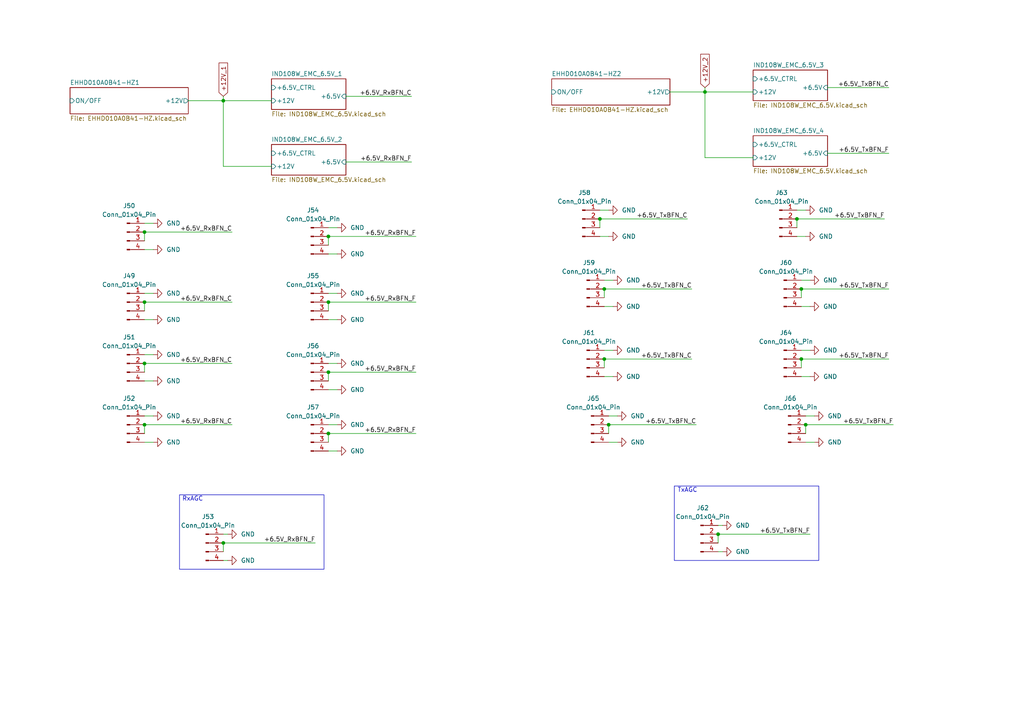
<source format=kicad_sch>
(kicad_sch (version 20231120) (generator "eeschema") (generator_version "8.0")
  (paper "A4")
  (lib_symbols
    (symbol "Connector:Conn_01x04_Pin" (pin_names (offset 1.016) hide)
      (property "Reference" "J" (at 0 5.08 0))
      (property "Value" "Conn_01x04_Pin" (at 0 -7.62 0))
      (symbol "Conn_01x04_Pin_1_1"
        (polyline (pts (xy 1.27 -5.08) (xy 0.8636 -5.08)) (stroke (width 0.1524)))
        (polyline (pts (xy 1.27 -2.54) (xy 0.8636 -2.54)) (stroke (width 0.1524)))
        (polyline (pts (xy 1.27 0) (xy 0.8636 0)) (stroke (width 0.1524)))
        (polyline (pts (xy 1.27 2.54) (xy 0.8636 2.54)) (stroke (width 0.1524)))
        (rectangle (start 0.8636 -4.953) (end 0 -5.207) (stroke (width 0.1524)) (fill (type outline)))
        (rectangle (start 0.8636 -2.413) (end 0 -2.667) (stroke (width 0.1524)) (fill (type outline)))
        (rectangle (start 0.8636 0.127) (end 0 -0.127) (stroke (width 0.1524)) (fill (type outline)))
        (rectangle (start 0.8636 2.667) (end 0 2.413) (stroke (width 0.1524)) (fill (type outline)))
        (pin passive line (at 5.08 2.54 180) (length 3.81) (name "Pin_1") (number "1"))
        (pin passive line (at 5.08 0 180) (length 3.81) (name "Pin_2") (number "2"))
        (pin passive line (at 5.08 -2.54 180) (length 3.81) (name "Pin_3") (number "3"))
        (pin passive line (at 5.08 -5.08 180) (length 3.81) (name "Pin_4") (number "4"))
      )
    )
    (symbol "power:GND" (power) (pin_names (offset 0))
      (property "Value" "GND" (at 0 -3.81 0))
      (symbol "GND_0_1"
        (polyline (pts (xy 0 0) (xy 0 -1.27) (xy 1.27 -1.27) (xy 0 -2.54) (xy -1.27 -1.27) (xy 0 -1.27)))
      )
      (symbol "GND_1_1"
        (pin power_in line (at 0 0 270) (length 0) hide (name "GND") (number "1"))
      )
    )
  )
  (junction (at 41.91 105.41))
  (junction (at 175.26 83.82))
  (junction (at 41.91 87.63))
  (junction (at 232.41 83.82))
  (junction (at 95.25 125.73))
  (junction (at 95.25 107.95))
  (junction (at 175.26 104.14))
  (junction (at 64.77 157.48))
  (junction (at 233.68 123.19))
  (junction (at 231.14 63.5))
  (junction (at 204.47 26.67))
  (junction (at 208.28 154.94))
  (junction (at 176.53 123.19))
  (junction (at 232.41 104.14))
  (junction (at 173.99 63.5))
  (junction (at 95.25 87.63))
  (junction (at 64.77 29.21))
  (junction (at 95.25 68.58))
  (junction (at 41.91 67.31))
  (junction (at 41.91 123.19))
  (wire (pts (xy 176.53 123.19) (xy 201.93 123.19)))
  (wire (pts (xy 41.91 67.31) (xy 67.31 67.31)))
  (wire (pts (xy 78.74 48.26) (xy 64.77 48.26)))
  (wire (pts (xy 100.33 27.94) (xy 119.38 27.94)))
  (wire (pts (xy 232.41 104.14) (xy 257.81 104.14)))
  (wire (pts (xy 177.8 101.6) (xy 175.26 101.6)))
  (wire (pts (xy 209.55 160.02) (xy 208.28 160.02)))
  (wire (pts (xy 177.8 88.9) (xy 175.26 88.9)))
  (wire (pts (xy 44.45 120.65) (xy 41.91 120.65)))
  (wire (pts (xy 41.91 125.73) (xy 41.91 123.19)))
  (wire (pts (xy 236.22 128.27) (xy 233.68 128.27)))
  (wire (pts (xy 95.25 90.17) (xy 95.25 87.63)))
  (wire (pts (xy 64.77 157.48) (xy 64.77 160.02)))
  (wire (pts (xy 176.53 68.58) (xy 173.99 68.58)))
  (wire (pts (xy 97.79 113.03) (xy 95.25 113.03)))
  (wire (pts (xy 234.95 109.22) (xy 232.41 109.22)))
  (wire (pts (xy 176.53 60.96) (xy 173.99 60.96)))
  (wire (pts (xy 64.77 48.26) (xy 64.77 29.21)))
  (wire (pts (xy 176.53 125.73) (xy 176.53 123.19)))
  (wire (pts (xy 64.77 29.21) (xy 78.74 29.21)))
  (wire (pts (xy 208.28 154.94) (xy 234.95 154.94)))
  (wire (pts (xy 44.45 64.77) (xy 41.91 64.77)))
  (wire (pts (xy 41.91 90.17) (xy 41.91 87.63)))
  (wire (pts (xy 66.04 162.56) (xy 64.77 162.56)))
  (wire (pts (xy 209.55 152.4) (xy 208.28 152.4)))
  (wire (pts (xy 44.45 92.71) (xy 41.91 92.71)))
  (wire (pts (xy 179.07 128.27) (xy 176.53 128.27)))
  (wire (pts (xy 234.95 81.28) (xy 232.41 81.28)))
  (wire (pts (xy 204.47 45.72) (xy 204.47 26.67)))
  (wire (pts (xy 175.26 86.36) (xy 175.26 83.82)))
  (wire (pts (xy 232.41 83.82) (xy 257.81 83.82)))
  (wire (pts (xy 100.33 46.99) (xy 119.38 46.99)))
  (wire (pts (xy 232.41 106.68) (xy 232.41 104.14)))
  (wire (pts (xy 44.45 72.39) (xy 41.91 72.39)))
  (wire (pts (xy 97.79 130.81) (xy 95.25 130.81)))
  (wire (pts (xy 95.25 110.49) (xy 95.25 107.95)))
  (wire (pts (xy 41.91 69.85) (xy 41.91 67.31)))
  (wire (pts (xy 64.77 27.94) (xy 64.77 29.21)))
  (wire (pts (xy 204.47 26.67) (xy 218.44 26.67)))
  (wire (pts (xy 95.25 107.95) (xy 120.65 107.95)))
  (wire (pts (xy 233.68 60.96) (xy 231.14 60.96)))
  (wire (pts (xy 97.79 123.19) (xy 95.25 123.19)))
  (wire (pts (xy 54.61 29.21) (xy 64.77 29.21)))
  (wire (pts (xy 95.25 87.63) (xy 120.65 87.63)))
  (wire (pts (xy 41.91 107.95) (xy 41.91 105.41)))
  (wire (pts (xy 44.45 128.27) (xy 41.91 128.27)))
  (wire (pts (xy 95.25 128.27) (xy 95.25 125.73)))
  (wire (pts (xy 194.31 26.67) (xy 204.47 26.67)))
  (wire (pts (xy 97.79 73.66) (xy 95.25 73.66)))
  (wire (pts (xy 95.25 125.73) (xy 120.65 125.73)))
  (wire (pts (xy 240.03 44.45) (xy 257.81 44.45)))
  (wire (pts (xy 97.79 105.41) (xy 95.25 105.41)))
  (wire (pts (xy 179.07 120.65) (xy 176.53 120.65)))
  (wire (pts (xy 177.8 109.22) (xy 175.26 109.22)))
  (wire (pts (xy 175.26 83.82) (xy 200.66 83.82)))
  (wire (pts (xy 175.26 104.14) (xy 200.66 104.14)))
  (wire (pts (xy 233.68 123.19) (xy 259.08 123.19)))
  (wire (pts (xy 204.47 25.4) (xy 204.47 26.67)))
  (wire (pts (xy 234.95 88.9) (xy 232.41 88.9)))
  (wire (pts (xy 175.26 106.68) (xy 175.26 104.14)))
  (wire (pts (xy 44.45 110.49) (xy 41.91 110.49)))
  (wire (pts (xy 233.68 68.58) (xy 231.14 68.58)))
  (wire (pts (xy 95.25 71.12) (xy 95.25 68.58)))
  (wire (pts (xy 41.91 105.41) (xy 67.31 105.41)))
  (wire (pts (xy 234.95 101.6) (xy 232.41 101.6)))
  (wire (pts (xy 64.77 157.48) (xy 91.44 157.48)))
  (wire (pts (xy 44.45 102.87) (xy 41.91 102.87)))
  (wire (pts (xy 232.41 86.36) (xy 232.41 83.82)))
  (wire (pts (xy 231.14 66.04) (xy 231.14 63.5)))
  (wire (pts (xy 240.03 25.4) (xy 257.81 25.4)))
  (wire (pts (xy 218.44 45.72) (xy 204.47 45.72)))
  (wire (pts (xy 97.79 66.04) (xy 95.25 66.04)))
  (wire (pts (xy 66.04 154.94) (xy 64.77 154.94)))
  (wire (pts (xy 41.91 123.19) (xy 67.31 123.19)))
  (wire (pts (xy 231.14 63.5) (xy 256.54 63.5)))
  (wire (pts (xy 95.25 68.58) (xy 120.65 68.58)))
  (wire (pts (xy 41.91 87.63) (xy 67.31 87.63)))
  (wire (pts (xy 173.99 66.04) (xy 173.99 63.5)))
  (wire (pts (xy 208.28 154.94) (xy 208.28 157.48)))
  (wire (pts (xy 97.79 85.09) (xy 95.25 85.09)))
  (wire (pts (xy 44.45 85.09) (xy 41.91 85.09)))
  (wire (pts (xy 233.68 125.73) (xy 233.68 123.19)))
  (wire (pts (xy 97.79 92.71) (xy 95.25 92.71)))
  (wire (pts (xy 173.99 63.5) (xy 199.39 63.5)))
  (wire (pts (xy 236.22 120.65) (xy 233.68 120.65)))
  (wire (pts (xy 177.8 81.28) (xy 175.26 81.28)))
  (rectangle (start 195.58 140.97) (end 237.49 162.56))
  (rectangle (start 52.07 143.51) (end 93.98 165.1))
  (text "RxAGC" (at 55.88 144.78 0) (effects (font (size 1.27 1.27))))
  (text "TxAGC" (at 199.39 142.24 0) (effects (font (size 1.27 1.27))))
  (label "+6.5V_RxBFN_C" (at 67.31 105.41 180))
  (label "+6.5V_RxBFN_F" (at 120.65 107.95 180))
  (label "+6.5V_TxBFN_F" (at 256.54 63.5 180))
  (label "+6.5V_TxBFN_F" (at 257.81 104.14 180))
  (label "+6.5V_RxBFN_F" (at 91.44 157.48 180))
  (label "+6.5V_RxBFN_C" (at 119.38 27.94 180))
  (label "+6.5V_TxBFN_C" (at 200.66 104.14 180))
  (label "+6.5V_RxBFN_F" (at 120.65 87.63 180))
  (label "+6.5V_RxBFN_F" (at 120.65 68.58 180))
  (label "+6.5V_TxBFN_C" (at 201.93 123.19 180))
  (label "+6.5V_TxBFN_C" (at 200.66 83.82 180))
  (label "+6.5V_TxBFN_F" (at 257.81 44.45 180))
  (label "+6.5V_TxBFN_C" (at 257.81 25.4 180))
  (label "+6.5V_RxBFN_C" (at 67.31 87.63 180))
  (label "+6.5V_TxBFN_F" (at 259.08 123.19 180))
  (label "+6.5V_RxBFN_C" (at 67.31 123.19 180))
  (label "+6.5V_TxBFN_F" (at 234.95 154.94 180))
  (label "+6.5V_RxBFN_F" (at 120.65 125.73 180))
  (label "+6.5V_RxBFN_F" (at 119.38 46.99 180))
  (label "+6.5V_TxBFN_F" (at 257.81 83.82 180))
  (label "+6.5V_RxBFN_C" (at 67.31 67.31 180))
  (label "+6.5V_TxBFN_C" (at 199.39 63.5 180))
  (global_label "+12V_1" (shape input) (at 64.77 27.94 90) (property "Intersheetrefs" "${INTERSHEET_REFS}" (effects (hide yes))))
  (global_label "+12V_2" (shape input) (at 204.47 25.4 90) (property "Intersheetrefs" "${INTERSHEET_REFS}" (effects (hide yes))))
  (symbol (lib_id "power:GND") (at 66.04 162.56 90) (unit 1)
    (property "Reference" "#PWR0232" (effects (hide yes)))
    (property "Value" "GND" (at 69.85 162.56 90) (effects (justify right)))
  )
  (symbol (lib_id "Connector:Conn_01x04_Pin") (at 228.6 123.19 0) (unit 1)
    (property "Reference" "J66" (at 229.235 115.57 0))
    (property "Value" "Conn_01x04_Pin" (at 229.235 118.11 0))
    (property "Footprint" "Connector_PinHeader_2.54mm:PinHeader_1x04_P2.54mm_Vertical" (effects (hide yes)))
  )
  (symbol (lib_id "power:GND") (at 44.45 85.09 90) (unit 1)
    (property "Reference" "#PWR0207" (effects (hide yes)))
    (property "Value" "GND" (at 48.26 85.09 90) (effects (justify right)))
  )
  (symbol (lib_id "power:GND") (at 97.79 66.04 90) (unit 1)
    (property "Reference" "#PWR0233" (effects (hide yes)))
    (property "Value" "GND" (at 101.6 66.04 90) (effects (justify right)))
  )
  (symbol (lib_id "power:GND") (at 234.95 81.28 90) (unit 1)
    (property "Reference" "#PWR0242" (effects (hide yes)))
    (property "Value" "GND" (at 238.76 81.28 90) (effects (justify right)))
  )
  (symbol (lib_id "power:GND") (at 234.95 88.9 90) (unit 1)
    (property "Reference" "#PWR0243" (effects (hide yes)))
    (property "Value" "GND" (at 238.76 88.9 90) (effects (justify right)))
  )
  (symbol (lib_id "Connector:Conn_01x04_Pin") (at 90.17 87.63 0) (unit 1)
    (property "Reference" "J55" (at 90.805 80.01 0))
    (property "Value" "Conn_01x04_Pin" (at 90.805 82.55 0))
    (property "Footprint" "Connector_PinHeader_2.54mm:PinHeader_1x04_P2.54mm_Vertical" (effects (hide yes)))
  )
  (symbol (lib_id "power:GND") (at 236.22 120.65 90) (unit 1)
    (property "Reference" "#PWR0291" (effects (hide yes)))
    (property "Value" "GND" (at 240.03 120.65 90) (effects (justify right)))
  )
  (symbol (lib_id "power:GND") (at 97.79 113.03 90) (unit 1)
    (property "Reference" "#PWR0235" (effects (hide yes)))
    (property "Value" "GND" (at 101.6 113.03 90) (effects (justify right)))
  )
  (symbol (lib_id "Connector:Conn_01x04_Pin") (at 90.17 68.58 0) (unit 1)
    (property "Reference" "J54" (at 90.805 60.96 0))
    (property "Value" "Conn_01x04_Pin" (at 90.805 63.5 0))
    (property "Footprint" "Connector_PinHeader_2.54mm:PinHeader_1x04_P2.54mm_Vertical" (effects (hide yes)))
  )
  (symbol (lib_id "power:GND") (at 44.45 120.65 90) (unit 1)
    (property "Reference" "#PWR0218" (effects (hide yes)))
    (property "Value" "GND" (at 48.26 120.65 90) (effects (justify right)))
  )
  (symbol (lib_id "Connector:Conn_01x04_Pin") (at 227.33 104.14 0) (unit 1)
    (property "Reference" "J64" (at 227.965 96.52 0))
    (property "Value" "Conn_01x04_Pin" (at 227.965 99.06 0))
    (property "Footprint" "Connector_PinHeader_2.54mm:PinHeader_1x04_P2.54mm_Vertical" (effects (hide yes)))
  )
  (symbol (lib_id "Connector:Conn_01x04_Pin") (at 168.91 63.5 0) (unit 1)
    (property "Reference" "J58" (at 169.545 55.88 0))
    (property "Value" "Conn_01x04_Pin" (at 169.545 58.42 0))
    (property "Footprint" "Connector_PinHeader_2.54mm:PinHeader_1x04_P2.54mm_Vertical" (effects (hide yes)))
  )
  (symbol (lib_id "power:GND") (at 177.8 81.28 90) (unit 1)
    (property "Reference" "#PWR0238" (effects (hide yes)))
    (property "Value" "GND" (at 181.61 81.28 90) (effects (justify right)))
  )
  (symbol (lib_id "power:GND") (at 177.8 109.22 90) (unit 1)
    (property "Reference" "#PWR0249" (effects (hide yes)))
    (property "Value" "GND" (at 181.61 109.22 90) (effects (justify right)))
  )
  (symbol (lib_id "Connector:Conn_01x04_Pin") (at 171.45 123.19 0) (unit 1)
    (property "Reference" "J65" (at 172.085 115.57 0))
    (property "Value" "Conn_01x04_Pin" (at 172.085 118.11 0))
    (property "Footprint" "Connector_PinHeader_2.54mm:PinHeader_1x04_P2.54mm_Vertical" (effects (hide yes)))
  )
  (symbol (lib_id "power:GND") (at 66.04 154.94 90) (unit 1)
    (property "Reference" "#PWR0231" (effects (hide yes)))
    (property "Value" "GND" (at 69.85 154.94 90) (effects (justify right)))
  )
  (symbol (lib_id "Connector:Conn_01x04_Pin") (at 36.83 67.31 0) (unit 1)
    (property "Reference" "J50" (at 37.465 59.69 0))
    (property "Value" "Conn_01x04_Pin" (at 37.465 62.23 0))
    (property "Footprint" "Connector_PinHeader_2.54mm:PinHeader_1x04_P2.54mm_Vertical" (effects (hide yes)))
  )
  (symbol (lib_id "Connector:Conn_01x04_Pin") (at 36.83 105.41 0) (unit 1)
    (property "Reference" "J51" (at 37.465 97.79 0))
    (property "Value" "Conn_01x04_Pin" (at 37.465 100.33 0))
    (property "Footprint" "Connector_PinHeader_2.54mm:PinHeader_1x04_P2.54mm_Vertical" (effects (hide yes)))
  )
  (symbol (lib_id "Connector:Conn_01x04_Pin") (at 36.83 123.19 0) (unit 1)
    (property "Reference" "J52" (at 37.465 115.57 0))
    (property "Value" "Conn_01x04_Pin" (at 37.465 118.11 0))
    (property "Footprint" "Connector_PinHeader_2.54mm:PinHeader_1x04_P2.54mm_Vertical" (effects (hide yes)))
  )
  (symbol (lib_id "power:GND") (at 97.79 105.41 90) (unit 1)
    (property "Reference" "#PWR0230" (effects (hide yes)))
    (property "Value" "GND" (at 101.6 105.41 90) (effects (justify right)))
  )
  (symbol (lib_id "power:GND") (at 176.53 60.96 90) (unit 1)
    (property "Reference" "#PWR0239" (effects (hide yes)))
    (property "Value" "GND" (at 180.34 60.96 90) (effects (justify right)))
  )
  (symbol (lib_id "power:GND") (at 97.79 92.71 90) (unit 1)
    (property "Reference" "#PWR0229" (effects (hide yes)))
    (property "Value" "GND" (at 101.6 92.71 90) (effects (justify right)))
  )
  (symbol (lib_id "power:GND") (at 176.53 68.58 90) (unit 1)
    (property "Reference" "#PWR0240" (effects (hide yes)))
    (property "Value" "GND" (at 180.34 68.58 90) (effects (justify right)))
  )
  (symbol (lib_id "Connector:Conn_01x04_Pin") (at 36.83 87.63 0) (unit 1)
    (property "Reference" "J49" (at 37.465 80.01 0))
    (property "Value" "Conn_01x04_Pin" (at 37.465 82.55 0))
    (property "Footprint" "Connector_PinHeader_2.54mm:PinHeader_1x04_P2.54mm_Vertical" (effects (hide yes)))
  )
  (symbol (lib_id "power:GND") (at 179.07 120.65 90) (unit 1)
    (property "Reference" "#PWR0252" (effects (hide yes)))
    (property "Value" "GND" (at 182.88 120.65 90) (effects (justify right)))
  )
  (symbol (lib_id "Connector:Conn_01x04_Pin") (at 226.06 63.5 0) (unit 1)
    (property "Reference" "J63" (at 226.695 55.88 0))
    (property "Value" "Conn_01x04_Pin" (at 226.695 58.42 0))
    (property "Footprint" "Connector_PinHeader_2.54mm:PinHeader_1x04_P2.54mm_Vertical" (effects (hide yes)))
  )
  (symbol (lib_id "power:GND") (at 97.79 130.81 90) (unit 1)
    (property "Reference" "#PWR0237" (effects (hide yes)))
    (property "Value" "GND" (at 101.6 130.81 90) (effects (justify right)))
  )
  (symbol (lib_id "power:GND") (at 177.8 101.6 90) (unit 1)
    (property "Reference" "#PWR0244" (effects (hide yes)))
    (property "Value" "GND" (at 181.61 101.6 90) (effects (justify right)))
  )
  (symbol (lib_id "Connector:Conn_01x04_Pin") (at 90.17 107.95 0) (unit 1)
    (property "Reference" "J56" (at 90.805 100.33 0))
    (property "Value" "Conn_01x04_Pin" (at 90.805 102.87 0))
    (property "Footprint" "Connector_PinHeader_2.54mm:PinHeader_1x04_P2.54mm_Vertical" (effects (hide yes)))
  )
  (symbol (lib_id "power:GND") (at 44.45 72.39 90) (unit 1)
    (property "Reference" "#PWR0228" (effects (hide yes)))
    (property "Value" "GND" (at 48.26 72.39 90) (effects (justify right)))
  )
  (symbol (lib_id "power:GND") (at 97.79 123.19 90) (unit 1)
    (property "Reference" "#PWR0236" (effects (hide yes)))
    (property "Value" "GND" (at 101.6 123.19 90) (effects (justify right)))
  )
  (symbol (lib_id "Connector:Conn_01x04_Pin") (at 170.18 104.14 0) (unit 1)
    (property "Reference" "J61" (at 170.815 96.52 0))
    (property "Value" "Conn_01x04_Pin" (at 170.815 99.06 0))
    (property "Footprint" "Connector_PinHeader_2.54mm:PinHeader_1x04_P2.54mm_Vertical" (effects (hide yes)))
  )
  (symbol (lib_id "Connector:Conn_01x04_Pin") (at 203.2 154.94 0) (unit 1)
    (property "Reference" "J62" (at 203.835 147.32 0))
    (property "Value" "Conn_01x04_Pin" (at 203.835 149.86 0))
    (property "Footprint" "Connector_PinHeader_2.54mm:PinHeader_1x04_P2.54mm_Vertical" (effects (hide yes)))
  )
  (symbol (lib_id "power:GND") (at 177.8 88.9 90) (unit 1)
    (property "Reference" "#PWR0241" (effects (hide yes)))
    (property "Value" "GND" (at 181.61 88.9 90) (effects (justify right)))
  )
  (symbol (lib_id "Connector:Conn_01x04_Pin") (at 170.18 83.82 0) (unit 1)
    (property "Reference" "J59" (at 170.815 76.2 0))
    (property "Value" "Conn_01x04_Pin" (at 170.815 78.74 0))
    (property "Footprint" "Connector_PinHeader_2.54mm:PinHeader_1x04_P2.54mm_Vertical" (effects (hide yes)))
  )
  (symbol (lib_id "power:GND") (at 233.68 68.58 90) (unit 1)
    (property "Reference" "#PWR0248" (effects (hide yes)))
    (property "Value" "GND" (at 237.49 68.58 90) (effects (justify right)))
  )
  (symbol (lib_id "power:GND") (at 97.79 73.66 90) (unit 1)
    (property "Reference" "#PWR0234" (effects (hide yes)))
    (property "Value" "GND" (at 101.6 73.66 90) (effects (justify right)))
  )
  (symbol (lib_id "Connector:Conn_01x04_Pin") (at 90.17 125.73 0) (unit 1)
    (property "Reference" "J57" (at 90.805 118.11 0))
    (property "Value" "Conn_01x04_Pin" (at 90.805 120.65 0))
    (property "Footprint" "Connector_PinHeader_2.54mm:PinHeader_1x04_P2.54mm_Vertical" (effects (hide yes)))
  )
  (symbol (lib_id "power:GND") (at 44.45 92.71 90) (unit 1)
    (property "Reference" "#PWR0208" (effects (hide yes)))
    (property "Value" "GND" (at 48.26 92.71 90) (effects (justify right)))
  )
  (symbol (lib_id "power:GND") (at 234.95 109.22 90) (unit 1)
    (property "Reference" "#PWR0251" (effects (hide yes)))
    (property "Value" "GND" (at 238.76 109.22 90) (effects (justify right)))
  )
  (symbol (lib_id "Connector:Conn_01x04_Pin") (at 227.33 83.82 0) (unit 1)
    (property "Reference" "J60" (at 227.965 76.2 0))
    (property "Value" "Conn_01x04_Pin" (at 227.965 78.74 0))
    (property "Footprint" "Connector_PinHeader_2.54mm:PinHeader_1x04_P2.54mm_Vertical" (effects (hide yes)))
  )
  (symbol (lib_id "power:GND") (at 44.45 64.77 90) (unit 1)
    (property "Reference" "#PWR0227" (effects (hide yes)))
    (property "Value" "GND" (at 48.26 64.77 90) (effects (justify right)))
  )
  (symbol (lib_id "power:GND") (at 209.55 160.02 90) (unit 1)
    (property "Reference" "#PWR0246" (effects (hide yes)))
    (property "Value" "GND" (at 213.36 160.02 90) (effects (justify right)))
  )
  (symbol (lib_id "Connector:Conn_01x04_Pin") (at 59.69 157.48 0) (unit 1)
    (property "Reference" "J53" (at 60.325 149.86 0))
    (property "Value" "Conn_01x04_Pin" (at 60.325 152.4 0))
    (property "Footprint" "Connector_PinHeader_2.54mm:PinHeader_1x04_P2.54mm_Vertical" (effects (hide yes)))
  )
  (symbol (lib_id "power:GND") (at 236.22 128.27 90) (unit 1)
    (property "Reference" "#PWR0292" (effects (hide yes)))
    (property "Value" "GND" (at 240.03 128.27 90) (effects (justify right)))
  )
  (symbol (lib_id "power:GND") (at 44.45 102.87 90) (unit 1)
    (property "Reference" "#PWR0209" (effects (hide yes)))
    (property "Value" "GND" (at 48.26 102.87 90) (effects (justify right)))
  )
  (symbol (lib_id "power:GND") (at 179.07 128.27 90) (unit 1)
    (property "Reference" "#PWR0290" (effects (hide yes)))
    (property "Value" "GND" (at 182.88 128.27 90) (effects (justify right)))
  )
  (symbol (lib_id "power:GND") (at 97.79 85.09 90) (unit 1)
    (property "Reference" "#PWR0226" (effects (hide yes)))
    (property "Value" "GND" (at 101.6 85.09 90) (effects (justify right)))
  )
  (symbol (lib_id "power:GND") (at 44.45 128.27 90) (unit 1)
    (property "Reference" "#PWR0225" (effects (hide yes)))
    (property "Value" "GND" (at 48.26 128.27 90) (effects (justify right)))
  )
  (symbol (lib_id "power:GND") (at 209.55 152.4 90) (unit 1)
    (property "Reference" "#PWR0245" (effects (hide yes)))
    (property "Value" "GND" (at 213.36 152.4 90) (effects (justify right)))
  )
  (symbol (lib_id "power:GND") (at 233.68 60.96 90) (unit 1)
    (property "Reference" "#PWR0247" (effects (hide yes)))
    (property "Value" "GND" (at 237.49 60.96 90) (effects (justify right)))
  )
  (symbol (lib_id "power:GND") (at 234.95 101.6 90) (unit 1)
    (property "Reference" "#PWR0250" (effects (hide yes)))
    (property "Value" "GND" (at 238.76 101.6 90) (effects (justify right)))
  )
  (symbol (lib_id "power:GND") (at 44.45 110.49 90) (unit 1)
    (property "Reference" "#PWR0216" (effects (hide yes)))
    (property "Value" "GND" (at 48.26 110.49 90) (effects (justify right)))
  )
  (sheet (at 78.74 22.86) (size 21.59 8.89) (stroke (width 0.1524))
    (property "Sheetname" "IND108W_EMC_6.5V_1" (at 78.74 22.1484 0) (effects (justify left bottom)))
    (property "Sheetfile" "IND108W_EMC_6.5V.kicad_sch" (at 78.74 32.3346 0) (effects (justify left top)))
    (pin "+6.5V" input (at 100.33 27.94 0))
    (pin "+12V" input (at 78.74 29.21 180))
    (pin "+6.5V_CTRL" input (at 78.74 25.4 180))
  )
  (sheet (at 78.74 41.91) (size 21.59 8.89) (stroke (width 0.1524))
    (property "Sheetname" "IND108W_EMC_6.5V_2" (at 78.74 41.1984 0) (effects (justify left bottom)))
    (property "Sheetfile" "IND108W_EMC_6.5V.kicad_sch" (at 78.74 51.3846 0) (effects (justify left top)))
    (pin "+6.5V" input (at 100.33 46.99 0))
    (pin "+12V" input (at 78.74 48.26 180))
    (pin "+6.5V_CTRL" input (at 78.74 44.45 180))
  )
  (sheet (at 218.44 39.37) (size 21.59 8.89) (stroke (width 0.1524))
    (property "Sheetname" "IND108W_EMC_6.5V_4" (at 218.44 38.6584 0) (effects (justify left bottom)))
    (property "Sheetfile" "IND108W_EMC_6.5V.kicad_sch" (at 218.44 48.8446 0) (effects (justify left top)))
    (pin "+6.5V" input (at 240.03 44.45 0))
    (pin "+12V" input (at 218.44 45.72 180))
    (pin "+6.5V_CTRL" input (at 218.44 41.91 180))
  )
  (sheet (at 218.44 20.32) (size 21.59 8.89) (stroke (width 0.1524))
    (property "Sheetname" "IND108W_EMC_6.5V_3" (at 218.44 19.6084 0) (effects (justify left bottom)))
    (property "Sheetfile" "IND108W_EMC_6.5V.kicad_sch" (at 218.44 29.7946 0) (effects (justify left top)))
    (pin "+6.5V" input (at 240.03 25.4 0))
    (pin "+12V" input (at 218.44 26.67 180))
    (pin "+6.5V_CTRL" input (at 218.44 22.86 180))
  )
  (sheet (at 20.32 25.4) (size 34.29 7.62) (stroke (width 0.1524))
    (property "Sheetname" "EHHD010A0B41-HZ1" (at 20.32 24.6884 0) (effects (justify left bottom)))
    (property "Sheetfile" "EHHD010A0B41-HZ.kicad_sch" (at 20.32 33.6046 0) (effects (justify left top)))
    (pin "+12V" output (at 54.61 29.21 0))
    (pin "ON{slash}OFF" input (at 20.32 29.21 180))
  )
  (sheet (at 160.02 22.86) (size 34.29 7.62) (stroke (width 0.1524))
    (property "Sheetname" "EHHD010A0B41-HZ2" (at 160.02 22.1484 0) (effects (justify left bottom)))
    (property "Sheetfile" "EHHD010A0B41-HZ.kicad_sch" (at 160.02 31.0646 0) (effects (justify left top)))
    (pin "+12V" output (at 194.31 26.67 0))
    (pin "ON{slash}OFF" input (at 160.02 26.67 180))
  )
)
</source>
